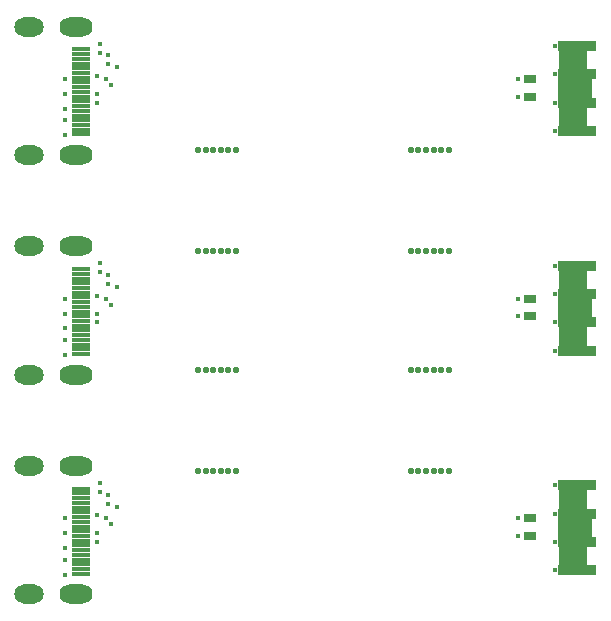
<source format=gts>
%FSLAX46Y46*%
%MOMM*%
%AMPS16*
21,1,0.420000,1.450000,0.000000,0.000000,270.000000*
%
%ADD16PS16*%
%AMPS19*
1,1,0.450000,0.000000,0.000000*
%
%ADD19PS19*%
%AMPS18*
21,1,1.150000,1.650000,0.000000,0.000000,0.000000*
1,1,1.650000,0.575000,0.000000*
1,1,1.650000,-0.575000,0.000000*
%
%ADD18PS18*%
%AMPS17*
21,1,0.850000,1.650000,0.000000,0.000000,0.000000*
1,1,1.650000,0.425000,0.000000*
1,1,1.650000,-0.425000,0.000000*
%
%ADD17PS17*%
%AMPS14*
21,1,3.200000,0.800000,0.000000,0.000000,0.000000*
%
%ADD14PS14*%
%AMPS13*
21,1,2.400000,0.800000,0.000000,0.000000,0.000000*
%
%ADD13PS13*%
%AMPS12*
21,1,2.800000,0.800000,0.000000,0.000000,0.000000*
%
%ADD12PS12*%
%AMPS11*
1,1,0.580000,0.000000,0.000000*
%
%ADD11PS11*%
%AMPS10*
1,1,0.580000,0.000000,0.000000*
%
%ADD10PS10*%
%AMPS15*
1,1,0.440000,-0.330000,-0.130000*
1,1,0.440000,0.330000,0.130000*
1,1,0.440000,-0.330000,0.130000*
1,1,0.440000,0.330000,-0.130000*
21,1,0.700000,0.660000,0.000000,0.000000,90.000000*
21,1,0.260000,1.100000,0.000000,0.000000,90.000000*
%
%ADD15PS15*%
G01*
%LPD*%
G01*
%LPD*%
G75*
D10*
X34540000Y30010000D03*
D11*
X17820000Y38590000D03*
D11*
X16540000Y19990000D03*
D11*
X34540000Y19990000D03*
D10*
X15900000Y11410000D03*
D11*
X17180000Y38590000D03*
D10*
X19100000Y30010000D03*
D11*
X35820000Y19990000D03*
D10*
X33900000Y30010000D03*
D10*
X36460000Y30010000D03*
D11*
X15900000Y19990000D03*
D10*
X37100000Y30010000D03*
D10*
X35180000Y11410000D03*
D10*
X18460000Y30010000D03*
D11*
X19100000Y38590000D03*
D10*
X34540000Y11410000D03*
D11*
X37100000Y19990000D03*
D11*
X19100000Y19990000D03*
D10*
X33900000Y11410000D03*
D11*
X16540000Y38590000D03*
D11*
X35820000Y38590000D03*
D10*
X17180000Y11410000D03*
D10*
X18460000Y11410000D03*
D10*
X19100000Y11410000D03*
D10*
X35820000Y30010000D03*
D10*
X17820000Y30010000D03*
D11*
X34540000Y38590000D03*
D11*
X36460000Y19990000D03*
D10*
X15900000Y30010000D03*
D10*
X16540000Y30010000D03*
D11*
X35180000Y19990000D03*
D10*
X35820000Y11410000D03*
D10*
X36460000Y11410000D03*
D10*
X35180000Y30010000D03*
D11*
X15900000Y38590000D03*
D11*
X35180000Y38590000D03*
D10*
X17180000Y30010000D03*
D11*
X17180000Y19990000D03*
D11*
X33900000Y38590000D03*
D11*
X18460000Y19990000D03*
D11*
X17820000Y19990000D03*
D10*
X16540000Y11410000D03*
D10*
X17820000Y11410000D03*
D10*
X37100000Y11410000D03*
D11*
X33900000Y19990000D03*
D11*
X37100000Y38590000D03*
D11*
X18460000Y38590000D03*
D11*
X36460000Y38590000D03*
D12*
X47800000Y44200000D03*
D13*
X47600000Y45800000D03*
D14*
X48000000Y42600000D03*
D13*
X47600000Y41000000D03*
D14*
X48000000Y40200000D03*
D13*
X47600000Y46600000D03*
D12*
X47800000Y43400000D03*
D14*
X48000000Y45000000D03*
D13*
X47600000Y41800000D03*
D14*
X48000000Y47400000D03*
D15*
X44000000Y43100000D03*
D15*
X44000000Y44600000D03*
D16*
X5975000Y41115000D03*
D16*
X5975000Y40715000D03*
D17*
X1600000Y38175000D03*
D16*
X5975000Y46715000D03*
D16*
X5975000Y43115000D03*
D16*
X5975000Y42715000D03*
D18*
X5550000Y38175000D03*
D16*
X5975000Y43915000D03*
D16*
X5975000Y43515000D03*
D16*
X5975000Y45115000D03*
D16*
X5975000Y44315000D03*
D16*
X5975000Y39915000D03*
D16*
X5975000Y47115000D03*
D18*
X5550000Y49025000D03*
D16*
X5975000Y46315000D03*
D16*
X5975000Y42315000D03*
D16*
X5975000Y45515000D03*
D16*
X5975000Y41515000D03*
D16*
X5975000Y40315000D03*
D16*
X5975000Y44715000D03*
D16*
X5975000Y41915000D03*
D17*
X1600000Y49025000D03*
D16*
X5975000Y45915000D03*
D19*
X4600000Y41100000D03*
D19*
X4600000Y42100000D03*
D19*
X4600000Y43350000D03*
D19*
X8300000Y46600000D03*
D19*
X46075000Y45000000D03*
D19*
X9050000Y45600000D03*
D19*
X43000000Y44600000D03*
D19*
X4600000Y44600000D03*
D19*
X8550000Y44100000D03*
D19*
X43000000Y43100000D03*
D19*
X46075000Y42600000D03*
D19*
X46075000Y47400000D03*
D19*
X7300000Y43350000D03*
D19*
X7300000Y44850000D03*
D19*
X8300000Y45850000D03*
D19*
X4600000Y39850000D03*
D19*
X46075000Y40200000D03*
D19*
X7300000Y42600000D03*
D19*
X7550000Y46850000D03*
D19*
X8050000Y44600000D03*
D19*
X7550000Y47600000D03*
D12*
X47800000Y25600000D03*
D13*
X47600000Y27200000D03*
D14*
X48000000Y24000000D03*
D13*
X47600000Y22400000D03*
D14*
X48000000Y21600000D03*
D13*
X47600000Y28000000D03*
D12*
X47800000Y24800000D03*
D14*
X48000000Y26400000D03*
D13*
X47600000Y23200000D03*
D14*
X48000000Y28800000D03*
D15*
X44000000Y24500000D03*
D15*
X44000000Y26000000D03*
D16*
X5975000Y22515000D03*
D16*
X5975000Y22115000D03*
D17*
X1600000Y19575000D03*
D16*
X5975000Y28115000D03*
D16*
X5975000Y24515000D03*
D16*
X5975000Y24115000D03*
D18*
X5550000Y19575000D03*
D16*
X5975000Y25315000D03*
D16*
X5975000Y24915000D03*
D16*
X5975000Y26515000D03*
D16*
X5975000Y25715000D03*
D16*
X5975000Y21315000D03*
D16*
X5975000Y28515000D03*
D18*
X5550000Y30425000D03*
D16*
X5975000Y27715000D03*
D16*
X5975000Y23715000D03*
D16*
X5975000Y26915000D03*
D16*
X5975000Y22915000D03*
D16*
X5975000Y21715000D03*
D16*
X5975000Y26115000D03*
D16*
X5975000Y23315000D03*
D17*
X1600000Y30425000D03*
D16*
X5975000Y27315000D03*
D19*
X4600000Y22500000D03*
D19*
X4600000Y23500000D03*
D19*
X4600000Y24750000D03*
D19*
X8300000Y28000000D03*
D19*
X46075000Y26400000D03*
D19*
X9050000Y27000000D03*
D19*
X43000000Y26000000D03*
D19*
X4600000Y26000000D03*
D19*
X8550000Y25500000D03*
D19*
X43000000Y24500000D03*
D19*
X46075000Y24000000D03*
D19*
X46075000Y28800000D03*
D19*
X7300000Y24750000D03*
D19*
X7300000Y26250000D03*
D19*
X8300000Y27250000D03*
D19*
X4600000Y21250000D03*
D19*
X46075000Y21600000D03*
D19*
X7300000Y24000000D03*
D19*
X7550000Y28250000D03*
D19*
X8050000Y26000000D03*
D19*
X7550000Y29000000D03*
D12*
X47800000Y7000000D03*
D13*
X47600000Y8600000D03*
D14*
X48000000Y5400000D03*
D13*
X47600000Y3800000D03*
D14*
X48000000Y3000000D03*
D13*
X47600000Y9400000D03*
D12*
X47800000Y6200000D03*
D14*
X48000000Y7800000D03*
D13*
X47600000Y4600000D03*
D14*
X48000000Y10200000D03*
D15*
X44000000Y5900000D03*
D15*
X44000000Y7400000D03*
D16*
X5975000Y3915000D03*
D16*
X5975000Y3515000D03*
D17*
X1600000Y975000D03*
D16*
X5975000Y9515000D03*
D16*
X5975000Y5915000D03*
D16*
X5975000Y5515000D03*
D18*
X5550000Y975000D03*
D16*
X5975000Y6715000D03*
D16*
X5975000Y6315000D03*
D16*
X5975000Y7915000D03*
D16*
X5975000Y7115000D03*
D16*
X5975000Y2715000D03*
D16*
X5975000Y9915000D03*
D18*
X5550000Y11825000D03*
D16*
X5975000Y9115000D03*
D16*
X5975000Y5115000D03*
D16*
X5975000Y8315000D03*
D16*
X5975000Y4315000D03*
D16*
X5975000Y3115000D03*
D16*
X5975000Y7515000D03*
D16*
X5975000Y4715000D03*
D17*
X1600000Y11825000D03*
D16*
X5975000Y8715000D03*
D19*
X4600000Y3900000D03*
D19*
X4600000Y4900000D03*
D19*
X4600000Y6150000D03*
D19*
X8300000Y9400000D03*
D19*
X46075000Y7800000D03*
D19*
X9050000Y8400000D03*
D19*
X43000000Y7400000D03*
D19*
X4600000Y7400000D03*
D19*
X8550000Y6900000D03*
D19*
X43000000Y5900000D03*
D19*
X46075000Y5400000D03*
D19*
X46075000Y10200000D03*
D19*
X7300000Y6150000D03*
D19*
X7300000Y7650000D03*
D19*
X8300000Y8650000D03*
D19*
X4600000Y2650000D03*
D19*
X46075000Y3000000D03*
D19*
X7300000Y5400000D03*
D19*
X7550000Y9650000D03*
D19*
X8050000Y7400000D03*
D19*
X7550000Y10400000D03*
M02*

</source>
